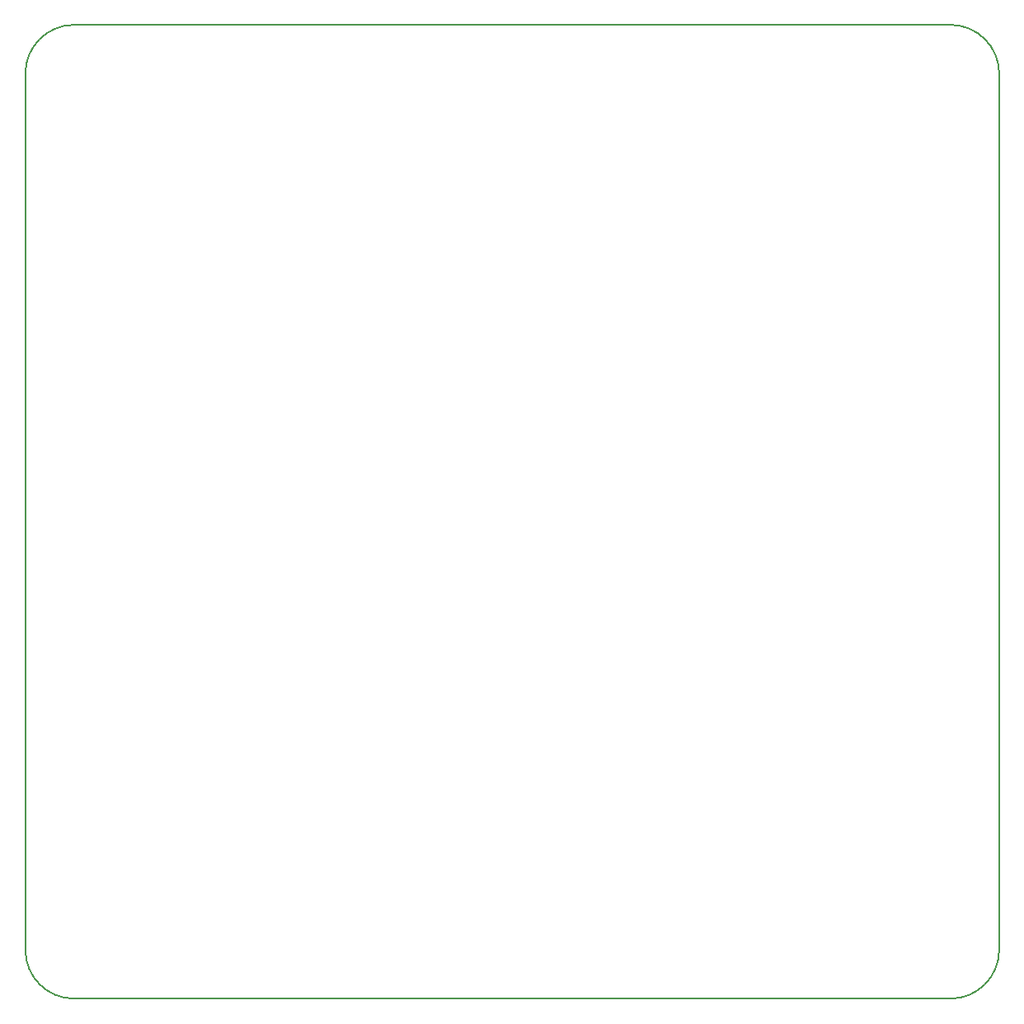
<source format=gm1>
G04 #@! TF.FileFunction,Profile,NP*
%FSLAX46Y46*%
G04 Gerber Fmt 4.6, Leading zero omitted, Abs format (unit mm)*
G04 Created by KiCad (PCBNEW 4.0.4-stable) date Saturday, 15 October 2016 'PMt' 13:44:15*
%MOMM*%
%LPD*%
G01*
G04 APERTURE LIST*
%ADD10C,0.100000*%
%ADD11C,0.200000*%
G04 APERTURE END LIST*
D10*
D11*
X40000000Y-135000000D02*
X40000000Y-45000000D01*
X135000000Y-140000000D02*
X45000000Y-140000000D01*
X140000000Y-45000000D02*
X140000000Y-135000000D01*
X45000000Y-40000000D02*
X135000000Y-40000000D01*
X140000000Y-45000000D02*
G75*
G03X135000000Y-40000000I-5000000J0D01*
G01*
X135000000Y-140000000D02*
G75*
G03X140000000Y-135000000I0J5000000D01*
G01*
X40000000Y-135000000D02*
G75*
G03X45000000Y-140000000I5000000J0D01*
G01*
X45000000Y-40000000D02*
G75*
G03X40000000Y-45000000I0J-5000000D01*
G01*
M02*

</source>
